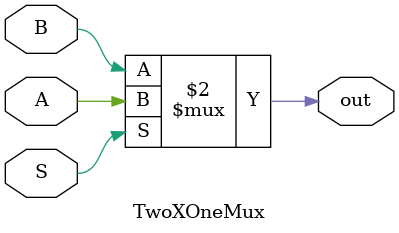
<source format=v>
`timescale 1ns / 1ps


module TwoXOneMux(input A, input B, input S, output out);
    assign out = (S==1'b1)? A : B;
endmodule

</source>
